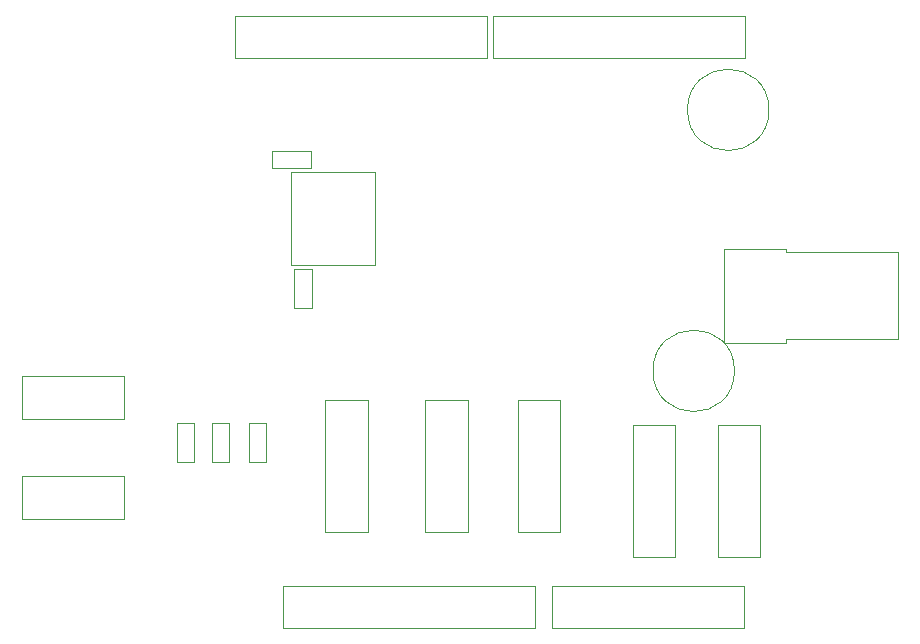
<source format=gbr>
G04 #@! TF.GenerationSoftware,KiCad,Pcbnew,(5.1.5)-3*
G04 #@! TF.CreationDate,2020-07-30T14:07:20+07:00*
G04 #@! TF.ProjectId,lora_shield,6c6f7261-5f73-4686-9965-6c642e6b6963,rev?*
G04 #@! TF.SameCoordinates,Original*
G04 #@! TF.FileFunction,Other,User*
%FSLAX46Y46*%
G04 Gerber Fmt 4.6, Leading zero omitted, Abs format (unit mm)*
G04 Created by KiCad (PCBNEW (5.1.5)-3) date 2020-07-30 14:07:20*
%MOMM*%
%LPD*%
G04 APERTURE LIST*
%ADD10C,0.050000*%
G04 APERTURE END LIST*
D10*
X125508000Y-101281500D02*
X125508000Y-97981500D01*
X126968000Y-101281500D02*
X125508000Y-101281500D01*
X126968000Y-97981500D02*
X126968000Y-101281500D01*
X125508000Y-97981500D02*
X126968000Y-97981500D01*
X128492500Y-101281500D02*
X128492500Y-97981500D01*
X129952500Y-101281500D02*
X128492500Y-101281500D01*
X129952500Y-97981500D02*
X129952500Y-101281500D01*
X128492500Y-97981500D02*
X129952500Y-97981500D01*
X131604000Y-101281500D02*
X131604000Y-97981500D01*
X133064000Y-101281500D02*
X131604000Y-101281500D01*
X133064000Y-97981500D02*
X133064000Y-101281500D01*
X131604000Y-97981500D02*
X133064000Y-97981500D01*
X158010000Y-95990000D02*
X154410000Y-95990000D01*
X158010000Y-107190000D02*
X158010000Y-95990000D01*
X154410000Y-107190000D02*
X158010000Y-107190000D01*
X154410000Y-95990000D02*
X154410000Y-107190000D01*
X150163200Y-95990000D02*
X146563200Y-95990000D01*
X150163200Y-107190000D02*
X150163200Y-95990000D01*
X146563200Y-107190000D02*
X150163200Y-107190000D01*
X146563200Y-95990000D02*
X146563200Y-107190000D01*
X141703200Y-95990000D02*
X138103200Y-95990000D01*
X141703200Y-107190000D02*
X141703200Y-95990000D01*
X138103200Y-107190000D02*
X141703200Y-107190000D01*
X138103200Y-95990000D02*
X138103200Y-107190000D01*
X112436500Y-94007000D02*
X112436500Y-97607000D01*
X121086500Y-94007000D02*
X112436500Y-94007000D01*
X121086500Y-97607000D02*
X121086500Y-94007000D01*
X112436500Y-97607000D02*
X121086500Y-97607000D01*
X112436500Y-102467000D02*
X112436500Y-106067000D01*
X121086500Y-102467000D02*
X112436500Y-102467000D01*
X121086500Y-106067000D02*
X121086500Y-102467000D01*
X112436500Y-106067000D02*
X121086500Y-106067000D01*
X136855500Y-76358500D02*
X133555500Y-76358500D01*
X136855500Y-74898500D02*
X136855500Y-76358500D01*
X133555500Y-74898500D02*
X136855500Y-74898500D01*
X133555500Y-76358500D02*
X133555500Y-74898500D01*
X135477500Y-88250000D02*
X135477500Y-84950000D01*
X136937500Y-88250000D02*
X135477500Y-88250000D01*
X136937500Y-84950000D02*
X136937500Y-88250000D01*
X135477500Y-84950000D02*
X136937500Y-84950000D01*
X142297500Y-84595000D02*
X142297500Y-76695000D01*
X135197500Y-84595000D02*
X135197500Y-76695000D01*
X135197500Y-76695000D02*
X142297500Y-76695000D01*
X135197500Y-84595000D02*
X142297500Y-84595000D01*
X177088500Y-83505500D02*
X186608500Y-83505500D01*
X177088500Y-83505500D02*
X177088500Y-83185500D01*
X186608500Y-90865500D02*
X177088500Y-90865500D01*
X177088500Y-90865500D02*
X177088500Y-91185500D01*
X171888500Y-91185500D02*
X171888500Y-83185500D01*
X177088500Y-91185500D02*
X171888500Y-91185500D01*
X186608500Y-83505500D02*
X186608500Y-90865500D01*
X177088500Y-83185500D02*
X171888500Y-83185500D01*
X174915500Y-98085500D02*
X171315500Y-98085500D01*
X174915500Y-109285500D02*
X174915500Y-98085500D01*
X171315500Y-109285500D02*
X174915500Y-109285500D01*
X171315500Y-98085500D02*
X171315500Y-109285500D01*
X167725500Y-98085500D02*
X164125500Y-98085500D01*
X167725500Y-109285500D02*
X167725500Y-98085500D01*
X164125500Y-109285500D02*
X167725500Y-109285500D01*
X164125500Y-98085500D02*
X164125500Y-109285500D01*
X172741000Y-93535500D02*
G75*
G03X172741000Y-93535500I-3450000J0D01*
G01*
X175662000Y-71437500D02*
G75*
G03X175662000Y-71437500I-3450000J0D01*
G01*
X134501000Y-111738000D02*
X155851000Y-111738000D01*
X134501000Y-115288000D02*
X134501000Y-111738000D01*
X155851000Y-115288000D02*
X134501000Y-115288000D01*
X155851000Y-111738000D02*
X155851000Y-115288000D01*
X173581000Y-115338000D02*
X157331000Y-115338000D01*
X173581000Y-111788000D02*
X173581000Y-115338000D01*
X157331000Y-111788000D02*
X173581000Y-111788000D01*
X157331000Y-115338000D02*
X157331000Y-111788000D01*
X130437000Y-63478000D02*
X151787000Y-63478000D01*
X130437000Y-67028000D02*
X130437000Y-63478000D01*
X151787000Y-67028000D02*
X130437000Y-67028000D01*
X151787000Y-63478000D02*
X151787000Y-67028000D01*
X152281000Y-63478000D02*
X173631000Y-63478000D01*
X152281000Y-67028000D02*
X152281000Y-63478000D01*
X173631000Y-67028000D02*
X152281000Y-67028000D01*
X173631000Y-63478000D02*
X173631000Y-67028000D01*
M02*

</source>
